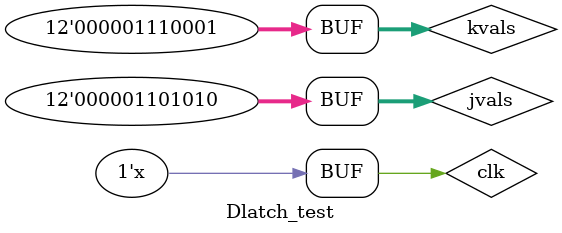
<source format=v>
`timescale 1ns / 1ps


module Dlatch_test;
    reg j;
    reg k;
    reg clk;
    
    wire q;
    
    integer idx;
    
    wire [11:0] jvals = 8'b0110_1010;
    wire [11:0] kvals = 8'b0111_0001;
    
    JKFF dut(
        .clk(clk),
        .j(j),
        .k(k),
        .q(q)
     );
     
     initial begin
        j = 0;
        k = 1;
        idx = 0;
        clk = 1;
     end
     
     always #10 clk=~clk;
     
     always @(posedge clk) begin
        idx = (idx + 1) % 8;
        j = jvals[idx];
        k = kvals[idx];
     end
endmodule
</source>
